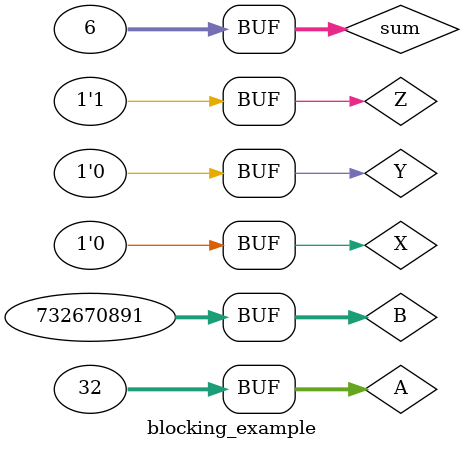
<source format=v>
module blocking_example;
	reg X, Y, Z;
	reg[31:0] A, B;
	integer sum;
	
	initial begin
		X = 1'b0; Y = 1'b0; Z = 1'b1;
		sum = 1;
		A = 32'b0; 
		B = 32'habababab;
		#5 A[5] = 1'b1;
		#10 B[31:29] = {X, Y, Z};
		sum = sum + 5;
	end
endmodule

</source>
